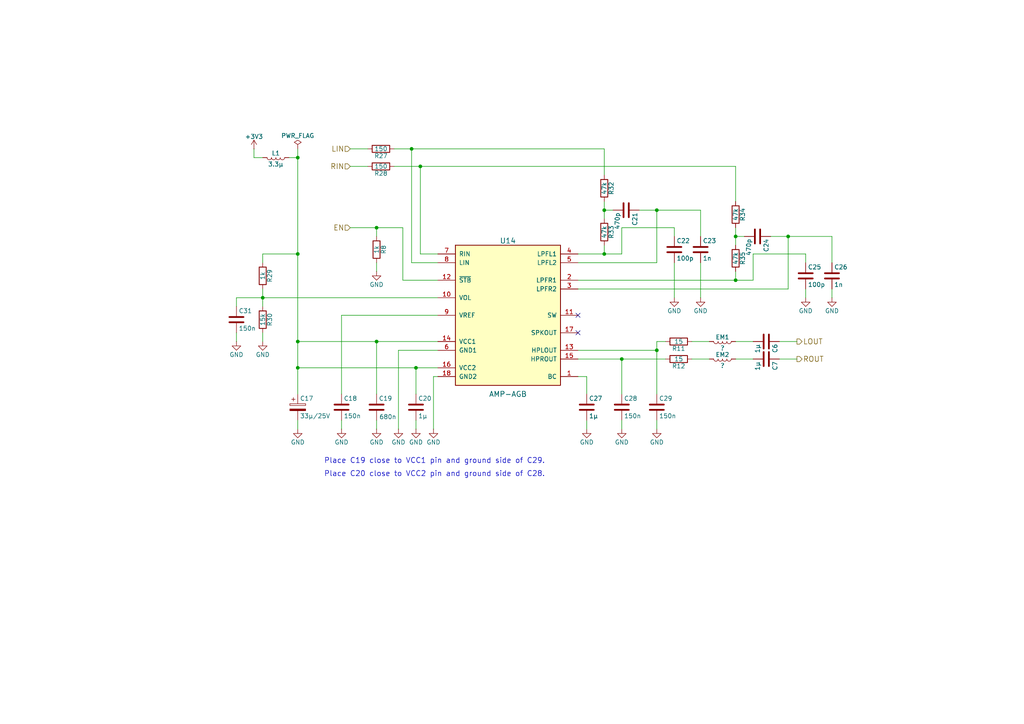
<source format=kicad_sch>
(kicad_sch (version 20231120) (generator "eeschema") (generator_version "8.0")
  (paper "A4")
  (title_block (title "Wide-Boy64 AGB") (date "2024-09-22") (rev "3") (company "CC-BY-SA-4.0 Michael Singer") (comment 1 "https://github.com/msinger/wideboy/") (comment 2 "http://iceboy.a-singer.de/"))
  (lib_symbols
    (symbol "Amplifier_Audio_GameBoy:AMP-AGB" (pin_names (offset 1.016))
      (property "Reference" "U" (at 0 21.59 0))
      (property "Value" "AMP-AGB" (at 0 -22.86 0))
      (symbol "AMP-AGB_1_1"
        (rectangle (start -15.24 20.32) (end 15.24 -20.32) (stroke (width 0.254)) (fill (type background)))
        (pin passive line (at 20.32 -17.78 180) (length 5.08) (name "BC") (number "1"))
        (pin input line (at -20.32 5.08 0) (length 5.08) (name "VOL") (number "10"))
        (pin input line (at 20.32 0 180) (length 5.08) (name "SW") (number "11"))
        (pin input line (at -20.32 10.16 0) (length 5.08) (name "~{STB}") (number "12"))
        (pin output line (at 20.32 -10.16 180) (length 5.08) (name "HPLOUT") (number "13"))
        (pin power_in line (at -20.32 -7.62 0) (length 5.08) (name "VCC1") (number "14"))
        (pin output line (at 20.32 -12.7 180) (length 5.08) (name "HPROUT") (number "15"))
        (pin power_in line (at -20.32 -15.24 0) (length 5.08) (name "VCC2") (number "16"))
        (pin output line (at 20.32 -5.08 180) (length 5.08) (name "SPKOUT") (number "17"))
        (pin power_in line (at -20.32 -17.78 0) (length 5.08) (name "GND2") (number "18"))
        (pin passive line (at 20.32 10.16 180) (length 5.08) (name "LPFR1") (number "2"))
        (pin passive line (at 20.32 7.62 180) (length 5.08) (name "LPFR2") (number "3"))
        (pin passive line (at 20.32 17.78 180) (length 5.08) (name "LPFL1") (number "4"))
        (pin passive line (at 20.32 15.24 180) (length 5.08) (name "LPFL2") (number "5"))
        (pin power_in line (at -20.32 -10.16 0) (length 5.08) (name "GND1") (number "6"))
        (pin input line (at -20.32 17.78 0) (length 5.08) (name "RIN") (number "7"))
        (pin input line (at -20.32 15.24 0) (length 5.08) (name "LIN") (number "8"))
        (pin passive line (at -20.32 0 0) (length 5.08) (name "VREF") (number "9"))
      )
    )
    (symbol "Device:C" (pin_numbers hide) (pin_names (offset 0.254))
      (property "Reference" "C" (at 0.635 2.54 0))
      (property "Value" "C" (at 0.635 -2.54 0))
      (symbol "C_0_1"
        (polyline (pts (xy -2.032 -0.762) (xy 2.032 -0.762)) (stroke (width 0.508)))
        (polyline (pts (xy -2.032 0.762) (xy 2.032 0.762)) (stroke (width 0.508)))
      )
      (symbol "C_1_1"
        (pin passive line (at 0 3.81 270) (length 2.794) (name "~") (number "1"))
        (pin passive line (at 0 -3.81 90) (length 2.794) (name "~") (number "2"))
      )
    )
    (symbol "Device:C_Polarized" (pin_numbers hide) (pin_names (offset 0.254))
      (property "Reference" "C" (at 0.635 2.54 0))
      (property "Value" "C_Polarized" (at 0.635 -2.54 0))
      (symbol "C_Polarized_0_1"
        (rectangle (start -2.286 0.508) (end 2.286 1.016))
        (polyline (pts (xy -1.778 2.286) (xy -0.762 2.286)))
        (polyline (pts (xy -1.27 2.794) (xy -1.27 1.778)))
        (rectangle (start 2.286 -0.508) (end -2.286 -1.016) (fill (type outline)))
      )
      (symbol "C_Polarized_1_1"
        (pin passive line (at 0 3.81 270) (length 2.794) (name "~") (number "1"))
        (pin passive line (at 0 -3.81 90) (length 2.794) (name "~") (number "2"))
      )
    )
    (symbol "Device:L" (pin_numbers hide) (pin_names (offset 1.016) hide)
      (property "Reference" "L" (at -1.27 0 90))
      (property "Value" "L" (at 1.905 0 90))
      (symbol "L_0_1"
        (arc (start 0 -2.54) (mid 0.6323 -1.905) (end 0 -1.27))
        (arc (start 0 -1.27) (mid 0.6323 -0.635) (end 0 0))
        (arc (start 0 0) (mid 0.6323 0.635) (end 0 1.27))
        (arc (start 0 1.27) (mid 0.6323 1.905) (end 0 2.54))
      )
      (symbol "L_1_1"
        (pin passive line (at 0 3.81 270) (length 1.27) (name "1") (number "1"))
        (pin passive line (at 0 -3.81 90) (length 1.27) (name "2") (number "2"))
      )
    )
    (symbol "Device:R" (pin_numbers hide) (pin_names (offset 0))
      (property "Reference" "R" (at 2.032 0 90))
      (property "Value" "R" (at 0 0 90))
      (symbol "R_0_1"
        (rectangle (start -1.016 -2.54) (end 1.016 2.54) (stroke (width 0.254)))
      )
      (symbol "R_1_1"
        (pin passive line (at 0 3.81 270) (length 1.27) (name "~") (number "1"))
        (pin passive line (at 0 -3.81 90) (length 1.27) (name "~") (number "2"))
      )
    )
    (symbol "power:+3V3" (power) (pin_numbers hide) (pin_names (offset 0) hide)
      (property "Value" "+3V3" (at 0 3.556 0))
      (symbol "+3V3_0_1"
        (polyline (pts (xy -0.762 1.27) (xy 0 2.54)))
        (polyline (pts (xy 0 0) (xy 0 2.54)))
        (polyline (pts (xy 0 2.54) (xy 0.762 1.27)))
      )
      (symbol "+3V3_1_1"
        (pin power_in line (at 0 0 90) (length 0) (name "~") (number "1"))
      )
    )
    (symbol "power:GND" (power) (pin_numbers hide) (pin_names (offset 0) hide)
      (property "Value" "GND" (at 0 -3.81 0))
      (symbol "GND_0_1"
        (polyline (pts (xy 0 0) (xy 0 -1.27) (xy 1.27 -1.27) (xy 0 -2.54) (xy -1.27 -1.27) (xy 0 -1.27)))
      )
      (symbol "GND_1_1"
        (pin power_in line (at 0 0 270) (length 0) (name "~") (number "1"))
      )
    )
    (symbol "power:PWR_FLAG" (power) (pin_numbers hide) (pin_names (offset 0) hide)
      (property "Value" "PWR_FLAG" (at 0 3.81 0))
      (symbol "PWR_FLAG_0_0"
        (pin power_out line (at 0 0 90) (length 0) (name "~") (number "1"))
      )
      (symbol "PWR_FLAG_0_1"
        (polyline (pts (xy 0 0) (xy 0 1.27) (xy -1.016 1.905) (xy 0 2.54) (xy 1.016 1.905) (xy 0 1.27)))
      )
    )
  )
  (junction (at 213.36 68.58))
  (junction (at 86.36 99.06))
  (junction (at 109.22 66.04))
  (junction (at 86.36 45.72))
  (junction (at 86.36 106.68))
  (junction (at 228.6 68.58))
  (junction (at 190.5 101.6))
  (junction (at 213.36 81.28))
  (junction (at 86.36 73.66))
  (junction (at 190.5 60.96))
  (junction (at 121.92 48.26))
  (junction (at 109.22 99.06))
  (junction (at 76.2 86.36))
  (junction (at 180.34 104.14))
  (junction (at 175.26 73.66))
  (junction (at 175.26 60.96))
  (junction (at 119.38 43.18))
  (junction (at 120.65 106.68))
  (no_connect (at 167.64 91.44))
  (no_connect (at 167.64 96.52))
  (wire (pts (xy 213.36 68.58) (xy 213.36 71.12)))
  (wire (pts (xy 121.92 48.26) (xy 213.36 48.26)))
  (wire (pts (xy 213.36 68.58) (xy 215.9 68.58)))
  (wire (pts (xy 190.5 99.06) (xy 190.5 101.6)))
  (wire (pts (xy 213.36 48.26) (xy 213.36 58.42)))
  (wire (pts (xy 127 91.44) (xy 99.06 91.44)))
  (wire (pts (xy 203.2 60.96) (xy 203.2 68.58)))
  (wire (pts (xy 241.3 68.58) (xy 241.3 76.2)))
  (wire (pts (xy 127 101.6) (xy 115.57 101.6)))
  (wire (pts (xy 167.64 83.82) (xy 228.6 83.82)))
  (wire (pts (xy 125.73 109.22) (xy 125.73 124.46)))
  (wire (pts (xy 185.42 60.96) (xy 190.5 60.96)))
  (wire (pts (xy 180.34 124.46) (xy 180.34 121.92)))
  (wire (pts (xy 76.2 73.66) (xy 76.2 76.2)))
  (wire (pts (xy 115.57 101.6) (xy 115.57 124.46)))
  (wire (pts (xy 119.38 76.2) (xy 127 76.2)))
  (wire (pts (xy 120.65 106.68) (xy 127 106.68)))
  (wire (pts (xy 76.2 73.66) (xy 86.36 73.66)))
  (wire (pts (xy 167.64 81.28) (xy 213.36 81.28)))
  (wire (pts (xy 241.3 83.82) (xy 241.3 86.36)))
  (wire (pts (xy 213.36 99.06) (xy 218.44 99.06)))
  (wire (pts (xy 109.22 99.06) (xy 127 99.06)))
  (wire (pts (xy 76.2 99.06) (xy 76.2 96.52)))
  (wire (pts (xy 76.2 83.82) (xy 76.2 86.36)))
  (wire (pts (xy 119.38 43.18) (xy 175.26 43.18)))
  (wire (pts (xy 109.22 68.58) (xy 109.22 66.04)))
  (wire (pts (xy 86.36 106.68) (xy 120.65 106.68)))
  (wire (pts (xy 114.3 48.26) (xy 121.92 48.26)))
  (wire (pts (xy 116.84 81.28) (xy 116.84 66.04)))
  (wire (pts (xy 218.44 73.66) (xy 233.68 73.66)))
  (wire (pts (xy 190.5 60.96) (xy 203.2 60.96)))
  (wire (pts (xy 195.58 66.04) (xy 195.58 68.58)))
  (wire (pts (xy 86.36 45.72) (xy 86.36 73.66)))
  (wire (pts (xy 170.18 109.22) (xy 170.18 114.3)))
  (wire (pts (xy 190.5 124.46) (xy 190.5 121.92)))
  (wire (pts (xy 190.5 101.6) (xy 190.5 114.3)))
  (wire (pts (xy 73.66 45.72) (xy 76.2 45.72)))
  (wire (pts (xy 167.64 76.2) (xy 190.5 76.2)))
  (wire (pts (xy 68.58 86.36) (xy 76.2 86.36)))
  (wire (pts (xy 109.22 121.92) (xy 109.22 124.46)))
  (wire (pts (xy 213.36 78.74) (xy 213.36 81.28)))
  (wire (pts (xy 101.6 48.26) (xy 106.68 48.26)))
  (wire (pts (xy 180.34 66.04) (xy 195.58 66.04)))
  (wire (pts (xy 200.66 104.14) (xy 205.74 104.14)))
  (wire (pts (xy 231.14 99.06) (xy 226.06 99.06)))
  (wire (pts (xy 226.06 104.14) (xy 231.14 104.14)))
  (wire (pts (xy 76.2 86.36) (xy 76.2 88.9)))
  (wire (pts (xy 73.66 45.72) (xy 73.66 43.18)))
  (wire (pts (xy 99.06 91.44) (xy 99.06 114.3)))
  (wire (pts (xy 109.22 66.04) (xy 101.6 66.04)))
  (wire (pts (xy 200.66 99.06) (xy 205.74 99.06)))
  (wire (pts (xy 175.26 58.42) (xy 175.26 60.96)))
  (wire (pts (xy 180.34 73.66) (xy 180.34 66.04)))
  (wire (pts (xy 167.64 73.66) (xy 175.26 73.66)))
  (wire (pts (xy 233.68 86.36) (xy 233.68 83.82)))
  (wire (pts (xy 190.5 76.2) (xy 190.5 60.96)))
  (wire (pts (xy 213.36 66.04) (xy 213.36 68.58)))
  (wire (pts (xy 175.26 43.18) (xy 175.26 50.8)))
  (wire (pts (xy 233.68 73.66) (xy 233.68 76.2)))
  (wire (pts (xy 119.38 43.18) (xy 119.38 76.2)))
  (wire (pts (xy 121.92 73.66) (xy 127 73.66)))
  (wire (pts (xy 180.34 104.14) (xy 180.34 114.3)))
  (wire (pts (xy 109.22 99.06) (xy 109.22 114.3)))
  (wire (pts (xy 170.18 124.46) (xy 170.18 121.92)))
  (wire (pts (xy 68.58 96.52) (xy 68.58 99.06)))
  (wire (pts (xy 195.58 86.36) (xy 195.58 76.2)))
  (wire (pts (xy 101.6 43.18) (xy 106.68 43.18)))
  (wire (pts (xy 86.36 73.66) (xy 86.36 99.06)))
  (wire (pts (xy 86.36 99.06) (xy 109.22 99.06)))
  (wire (pts (xy 167.64 101.6) (xy 190.5 101.6)))
  (wire (pts (xy 127 109.22) (xy 125.73 109.22)))
  (wire (pts (xy 213.36 81.28) (xy 218.44 81.28)))
  (wire (pts (xy 190.5 99.06) (xy 193.04 99.06)))
  (wire (pts (xy 76.2 86.36) (xy 127 86.36)))
  (wire (pts (xy 228.6 68.58) (xy 241.3 68.58)))
  (wire (pts (xy 167.64 109.22) (xy 170.18 109.22)))
  (wire (pts (xy 127 81.28) (xy 116.84 81.28)))
  (wire (pts (xy 120.65 106.68) (xy 120.65 114.3)))
  (wire (pts (xy 167.64 104.14) (xy 180.34 104.14)))
  (wire (pts (xy 175.26 60.96) (xy 175.26 63.5)))
  (wire (pts (xy 223.52 68.58) (xy 228.6 68.58)))
  (wire (pts (xy 86.36 124.46) (xy 86.36 121.92)))
  (wire (pts (xy 180.34 104.14) (xy 193.04 104.14)))
  (wire (pts (xy 213.36 104.14) (xy 218.44 104.14)))
  (wire (pts (xy 86.36 99.06) (xy 86.36 106.68)))
  (wire (pts (xy 99.06 121.92) (xy 99.06 124.46)))
  (wire (pts (xy 203.2 76.2) (xy 203.2 86.36)))
  (wire (pts (xy 68.58 86.36) (xy 68.58 88.9)))
  (wire (pts (xy 116.84 66.04) (xy 109.22 66.04)))
  (wire (pts (xy 114.3 43.18) (xy 119.38 43.18)))
  (wire (pts (xy 175.26 60.96) (xy 177.8 60.96)))
  (wire (pts (xy 175.26 73.66) (xy 180.34 73.66)))
  (wire (pts (xy 218.44 81.28) (xy 218.44 73.66)))
  (wire (pts (xy 228.6 83.82) (xy 228.6 68.58)))
  (wire (pts (xy 83.82 45.72) (xy 86.36 45.72)))
  (wire (pts (xy 121.92 48.26) (xy 121.92 73.66)))
  (wire (pts (xy 175.26 71.12) (xy 175.26 73.66)))
  (wire (pts (xy 109.22 76.2) (xy 109.22 78.74)))
  (wire (pts (xy 120.65 121.92) (xy 120.65 124.46)))
  (wire (pts (xy 86.36 43.18) (xy 86.36 45.72)))
  (wire (pts (xy 86.36 106.68) (xy 86.36 114.3)))
  (text "Place C19 close to VCC1 pin and ground side of C29." (at 93.98 134.62 0) (effects (font (size 1.524 1.524)) (justify left bottom)))
  (text "Place C20 close to VCC2 pin and ground side of C28." (at 93.98 138.43 0) (effects (font (size 1.524 1.524)) (justify left bottom)))
  (hierarchical_label "RIN" (shape input) (at 101.6 48.26 180) (effects (font (size 1.524 1.524))))
  (hierarchical_label "LIN" (shape input) (at 101.6 43.18 180) (effects (font (size 1.524 1.524))))
  (hierarchical_label "EN" (shape input) (at 101.6 66.04 180) (effects (font (size 1.524 1.524))))
  (hierarchical_label "ROUT" (shape output) (at 231.14 104.14 0) (effects (font (size 1.524 1.524))))
  (hierarchical_label "LOUT" (shape output) (at 231.14 99.06 0) (effects (font (size 1.524 1.524))))
  (symbol (lib_id "Amplifier_Audio_GameBoy:AMP-AGB") (at 147.32 91.44 0) (unit 1)
    (property "Reference" "U14" (at 147.32 69.85 0) (effects (font (size 1.524 1.524))))
    (property "Value" "AMP-AGB" (at 147.32 114.3 0) (effects (font (size 1.524 1.524))))
    (property "Description" "Game Boy Advance audio amplifier" (effects (hide yes)))
  )
  (symbol (lib_id "Device:R") (at 110.49 48.26 270) (unit 1)
    (property "Reference" "R28" (at 110.49 50.292 90))
    (property "Value" "150" (at 110.49 48.26 90))
    (property "Description" "Resistor" (effects (hide yes)))
  )
  (symbol (lib_id "Device:R") (at 110.49 43.18 270) (unit 1)
    (property "Reference" "R27" (at 110.49 45.212 90))
    (property "Value" "150" (at 110.49 43.18 90))
    (property "Description" "Resistor" (effects (hide yes)))
  )
  (symbol (lib_id "Device:R") (at 109.22 72.39 0) (unit 1)
    (property "Reference" "R8" (at 111.252 72.39 90))
    (property "Value" "1k" (at 109.22 72.39 90))
    (property "Description" "Resistor" (effects (hide yes)))
  )
  (symbol (lib_id "power:GND") (at 109.22 78.74 0) (unit 1)
    (property "Reference" "#PWR01" (effects (hide yes)))
    (property "Value" "GND" (at 109.22 82.55 0))
    (property "Description" "Power symbol creates a global label with name \"GND\" , ground" (effects (hide yes)))
  )
  (symbol (lib_id "Device:C") (at 120.65 118.11 0) (unit 1)
    (property "Reference" "C20" (at 121.285 115.57 0) (effects (justify left)))
    (property "Value" "1µ" (at 121.285 120.65 0) (effects (justify left)))
    (property "Description" "Unpolarized capacitor" (effects (hide yes)))
  )
  (symbol (lib_id "Device:C") (at 109.22 118.11 0) (unit 1)
    (property "Reference" "C19" (at 109.855 115.57 0) (effects (justify left)))
    (property "Value" "680n" (at 109.982 120.904 0) (effects (justify left)))
    (property "Description" "Unpolarized capacitor" (effects (hide yes)))
  )
  (symbol (lib_id "Device:C") (at 99.06 118.11 0) (unit 1)
    (property "Reference" "C18" (at 99.695 115.57 0) (effects (justify left)))
    (property "Value" "150n" (at 99.695 120.65 0) (effects (justify left)))
    (property "Description" "Unpolarized capacitor" (effects (hide yes)))
  )
  (symbol (lib_id "power:GND") (at 125.73 124.46 0) (unit 1)
    (property "Reference" "#PWR02" (effects (hide yes)))
    (property "Value" "GND" (at 125.73 128.27 0))
    (property "Description" "Power symbol creates a global label with name \"GND\" , ground" (effects (hide yes)))
  )
  (symbol (lib_id "power:GND") (at 120.65 124.46 0) (unit 1)
    (property "Reference" "#PWR03" (effects (hide yes)))
    (property "Value" "GND" (at 120.65 128.27 0))
    (property "Description" "Power symbol creates a global label with name \"GND\" , ground" (effects (hide yes)))
  )
  (symbol (lib_id "power:GND") (at 115.57 124.46 0) (unit 1)
    (property "Reference" "#PWR04" (effects (hide yes)))
    (property "Value" "GND" (at 115.57 128.27 0))
    (property "Description" "Power symbol creates a global label with name \"GND\" , ground" (effects (hide yes)))
  )
  (symbol (lib_id "power:GND") (at 109.22 124.46 0) (unit 1)
    (property "Reference" "#PWR05" (effects (hide yes)))
    (property "Value" "GND" (at 109.22 128.27 0))
    (property "Description" "Power symbol creates a global label with name \"GND\" , ground" (effects (hide yes)))
  )
  (symbol (lib_id "power:GND") (at 99.06 124.46 0) (unit 1)
    (property "Reference" "#PWR06" (effects (hide yes)))
    (property "Value" "GND" (at 99.06 128.27 0))
    (property "Description" "Power symbol creates a global label with name \"GND\" , ground" (effects (hide yes)))
  )
  (symbol (lib_id "power:+3V3") (at 73.66 43.18 0) (unit 1)
    (property "Reference" "#PWR07" (effects (hide yes)))
    (property "Value" "+3V3" (at 73.66 39.624 0))
    (property "Description" "Power symbol creates a global label with name \"+3V3\"" (effects (hide yes)))
  )
  (symbol (lib_id "Device:L") (at 80.01 45.72 270) (unit 1)
    (property "Reference" "L1" (at 80.01 44.45 90))
    (property "Value" "3.3µ" (at 80.01 47.625 90))
    (property "Description" "Inductor" (effects (hide yes)))
  )
  (symbol (lib_id "Device:C_Polarized") (at 86.36 118.11 0) (unit 1)
    (property "Reference" "C17" (at 86.995 115.57 0) (effects (justify left)))
    (property "Value" "33µ/25V" (at 86.995 120.65 0) (effects (justify left)))
    (property "Description" "Polarized capacitor" (effects (hide yes)))
  )
  (symbol (lib_id "power:GND") (at 86.36 124.46 0) (unit 1)
    (property "Reference" "#PWR08" (effects (hide yes)))
    (property "Value" "GND" (at 86.36 128.27 0))
    (property "Description" "Power symbol creates a global label with name \"GND\" , ground" (effects (hide yes)))
  )
  (symbol (lib_id "Device:R") (at 76.2 80.01 0) (unit 1)
    (property "Reference" "R29" (at 78.232 80.01 90))
    (property "Value" "1k" (at 76.2 80.01 90))
    (property "Description" "Resistor" (effects (hide yes)))
  )
  (symbol (lib_id "Device:R") (at 76.2 92.71 0) (unit 1)
    (property "Reference" "R30" (at 78.232 92.71 90))
    (property "Value" "15k" (at 76.2 92.71 90))
    (property "Description" "Resistor" (effects (hide yes)))
  )
  (symbol (lib_id "Device:C") (at 68.58 92.71 0) (unit 1)
    (property "Reference" "C31" (at 69.215 90.17 0) (effects (justify left)))
    (property "Value" "150n" (at 69.215 95.25 0) (effects (justify left)))
    (property "Description" "Unpolarized capacitor" (effects (hide yes)))
  )
  (symbol (lib_id "power:GND") (at 68.58 99.06 0) (unit 1)
    (property "Reference" "#PWR09" (effects (hide yes)))
    (property "Value" "GND" (at 68.58 102.87 0))
    (property "Description" "Power symbol creates a global label with name \"GND\" , ground" (effects (hide yes)))
  )
  (symbol (lib_id "power:GND") (at 76.2 99.06 0) (unit 1)
    (property "Reference" "#PWR010" (effects (hide yes)))
    (property "Value" "GND" (at 76.2 102.87 0))
    (property "Description" "Power symbol creates a global label with name \"GND\" , ground" (effects (hide yes)))
  )
  (symbol (lib_id "power:PWR_FLAG") (at 86.36 43.18 0) (unit 1)
    (property "Reference" "#FLG011" (effects (hide yes)))
    (property "Value" "PWR_FLAG" (at 86.36 39.37 0))
    (property "Description" "Special symbol for telling ERC where power comes from" (effects (hide yes)))
  )
  (symbol (lib_id "Device:C") (at 170.18 118.11 0) (unit 1)
    (property "Reference" "C27" (at 170.815 115.57 0) (effects (justify left)))
    (property "Value" "1µ" (at 170.815 120.65 0) (effects (justify left)))
    (property "Description" "Unpolarized capacitor" (effects (hide yes)))
  )
  (symbol (lib_id "power:GND") (at 170.18 124.46 0) (unit 1)
    (property "Reference" "#PWR012" (effects (hide yes)))
    (property "Value" "GND" (at 170.18 128.27 0))
    (property "Description" "Power symbol creates a global label with name \"GND\" , ground" (effects (hide yes)))
  )
  (symbol (lib_id "Device:C") (at 180.34 118.11 0) (unit 1)
    (property "Reference" "C28" (at 180.975 115.57 0) (effects (justify left)))
    (property "Value" "150n" (at 180.975 120.65 0) (effects (justify left)))
    (property "Description" "Unpolarized capacitor" (effects (hide yes)))
  )
  (symbol (lib_id "Device:C") (at 190.5 118.11 0) (unit 1)
    (property "Reference" "C29" (at 191.135 115.57 0) (effects (justify left)))
    (property "Value" "150n" (at 191.135 120.65 0) (effects (justify left)))
    (property "Description" "Unpolarized capacitor" (effects (hide yes)))
  )
  (symbol (lib_id "power:GND") (at 180.34 124.46 0) (unit 1)
    (property "Reference" "#PWR013" (effects (hide yes)))
    (property "Value" "GND" (at 180.34 128.27 0))
    (property "Description" "Power symbol creates a global label with name \"GND\" , ground" (effects (hide yes)))
  )
  (symbol (lib_id "power:GND") (at 190.5 124.46 0) (unit 1)
    (property "Reference" "#PWR014" (effects (hide yes)))
    (property "Value" "GND" (at 190.5 128.27 0))
    (property "Description" "Power symbol creates a global label with name \"GND\" , ground" (effects (hide yes)))
  )
  (symbol (lib_id "Device:R") (at 196.85 99.06 270) (unit 1)
    (property "Reference" "R11" (at 196.85 101.092 90))
    (property "Value" "15" (at 196.85 99.06 90))
    (property "Description" "Resistor" (effects (hide yes)))
  )
  (symbol (lib_id "Device:R") (at 196.85 104.14 270) (unit 1)
    (property "Reference" "R12" (at 196.85 106.172 90))
    (property "Value" "15" (at 196.85 104.14 90))
    (property "Description" "Resistor" (effects (hide yes)))
  )
  (symbol (lib_id "Device:L") (at 209.55 99.06 270) (unit 1)
    (property "Reference" "EM1" (at 209.55 97.79 90))
    (property "Value" "?" (at 209.55 100.965 90))
    (property "Description" "Inductor" (effects (hide yes)))
  )
  (symbol (lib_id "Device:L") (at 209.55 104.14 270) (unit 1)
    (property "Reference" "EM2" (at 209.55 102.87 90))
    (property "Value" "?" (at 209.55 106.045 90))
    (property "Description" "Inductor" (effects (hide yes)))
  )
  (symbol (lib_id "Device:C") (at 222.25 99.06 270) (unit 1)
    (property "Reference" "C6" (at 224.79 99.695 0) (effects (justify left)))
    (property "Value" "1µ" (at 219.71 99.695 0) (effects (justify left)))
    (property "Description" "Unpolarized capacitor" (effects (hide yes)))
  )
  (symbol (lib_id "Device:C") (at 222.25 104.14 270) (unit 1)
    (property "Reference" "C7" (at 224.79 104.775 0) (effects (justify left)))
    (property "Value" "1µ" (at 219.71 104.775 0) (effects (justify left)))
    (property "Description" "Unpolarized capacitor" (effects (hide yes)))
  )
  (symbol (lib_id "Device:R") (at 213.36 74.93 0) (unit 1)
    (property "Reference" "R35" (at 215.392 74.93 90))
    (property "Value" "47k" (at 213.36 74.93 90))
    (property "Description" "Resistor" (effects (hide yes)))
  )
  (symbol (lib_id "Device:R") (at 213.36 62.23 0) (unit 1)
    (property "Reference" "R34" (at 215.392 62.23 90))
    (property "Value" "47k" (at 213.36 62.23 90))
    (property "Description" "Resistor" (effects (hide yes)))
  )
  (symbol (lib_id "Device:C") (at 219.71 68.58 270) (unit 1)
    (property "Reference" "C24" (at 222.25 69.215 0) (effects (justify left)))
    (property "Value" "470p" (at 217.17 69.215 0) (effects (justify left)))
    (property "Description" "Unpolarized capacitor" (effects (hide yes)))
  )
  (symbol (lib_id "Device:C") (at 241.3 80.01 0) (unit 1)
    (property "Reference" "C26" (at 241.935 77.47 0) (effects (justify left)))
    (property "Value" "1n" (at 241.935 82.55 0) (effects (justify left)))
    (property "Description" "Unpolarized capacitor" (effects (hide yes)))
  )
  (symbol (lib_id "Device:C") (at 233.68 80.01 0) (unit 1)
    (property "Reference" "C25" (at 234.315 77.47 0) (effects (justify left)))
    (property "Value" "100p" (at 234.315 82.55 0) (effects (justify left)))
    (property "Description" "Unpolarized capacitor" (effects (hide yes)))
  )
  (symbol (lib_id "Device:R") (at 175.26 67.31 0) (unit 1)
    (property "Reference" "R33" (at 177.292 67.31 90))
    (property "Value" "47k" (at 175.26 67.31 90))
    (property "Description" "Resistor" (effects (hide yes)))
  )
  (symbol (lib_id "Device:R") (at 175.26 54.61 0) (unit 1)
    (property "Reference" "R32" (at 177.292 54.61 90))
    (property "Value" "47k" (at 175.26 54.61 90))
    (property "Description" "Resistor" (effects (hide yes)))
  )
  (symbol (lib_id "Device:C") (at 181.61 60.96 270) (unit 1)
    (property "Reference" "C21" (at 184.15 61.595 0) (effects (justify left)))
    (property "Value" "470p" (at 179.07 61.595 0) (effects (justify left)))
    (property "Description" "Unpolarized capacitor" (effects (hide yes)))
  )
  (symbol (lib_id "Device:C") (at 203.2 72.39 0) (unit 1)
    (property "Reference" "C23" (at 203.835 69.85 0) (effects (justify left)))
    (property "Value" "1n" (at 203.835 74.93 0) (effects (justify left)))
    (property "Description" "Unpolarized capacitor" (effects (hide yes)))
  )
  (symbol (lib_id "Device:C") (at 195.58 72.39 0) (unit 1)
    (property "Reference" "C22" (at 196.215 69.85 0) (effects (justify left)))
    (property "Value" "100p" (at 196.215 74.93 0) (effects (justify left)))
    (property "Description" "Unpolarized capacitor" (effects (hide yes)))
  )
  (symbol (lib_id "power:GND") (at 195.58 86.36 0) (unit 1)
    (property "Reference" "#PWR015" (effects (hide yes)))
    (property "Value" "GND" (at 195.58 90.17 0))
    (property "Description" "Power symbol creates a global label with name \"GND\" , ground" (effects (hide yes)))
  )
  (symbol (lib_id "power:GND") (at 203.2 86.36 0) (unit 1)
    (property "Reference" "#PWR016" (effects (hide yes)))
    (property "Value" "GND" (at 203.2 90.17 0))
    (property "Description" "Power symbol creates a global label with name \"GND\" , ground" (effects (hide yes)))
  )
  (symbol (lib_id "power:GND") (at 233.68 86.36 0) (unit 1)
    (property "Reference" "#PWR017" (effects (hide yes)))
    (property "Value" "GND" (at 233.68 90.17 0))
    (property "Description" "Power symbol creates a global label with name \"GND\" , ground" (effects (hide yes)))
  )
  (symbol (lib_id "power:GND") (at 241.3 86.36 0) (unit 1)
    (property "Reference" "#PWR018" (effects (hide yes)))
    (property "Value" "GND" (at 241.3 90.17 0))
    (property "Description" "Power symbol creates a global label with name \"GND\" , ground" (effects (hide yes)))
  )
)
</source>
